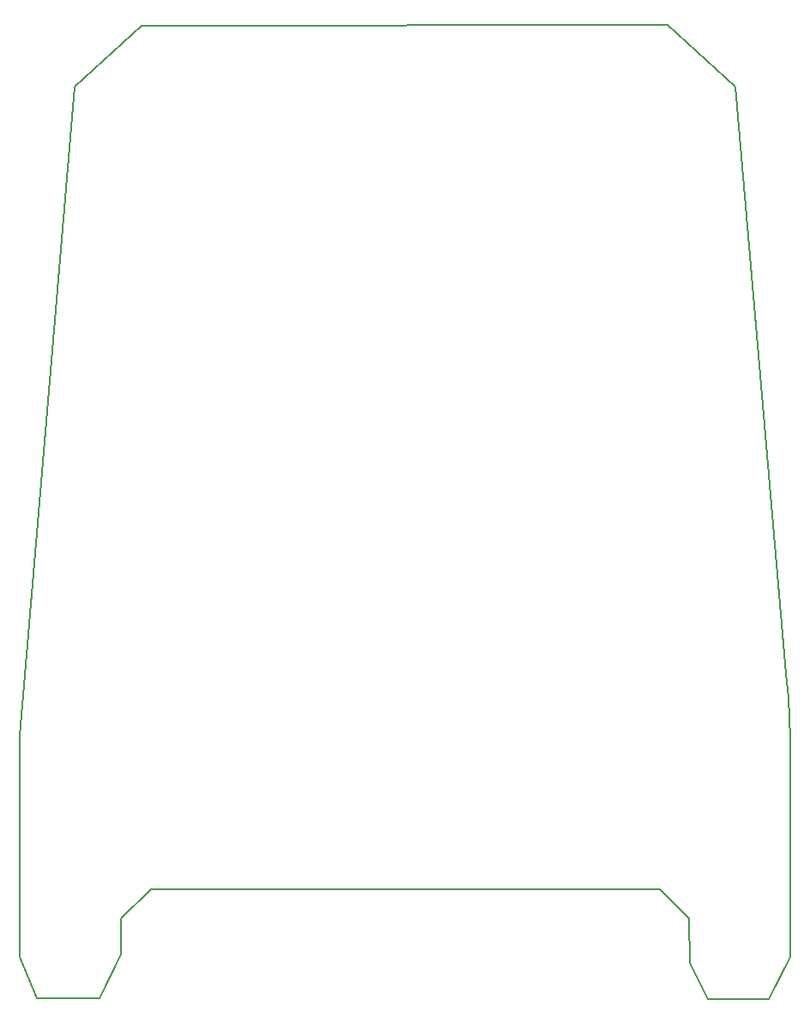
<source format=gm1>
G04 #@! TF.FileFunction,Profile,NP*
%FSLAX46Y46*%
G04 Gerber Fmt 4.6, Leading zero omitted, Abs format (unit mm)*
G04 Created by KiCad (PCBNEW 4.0.7-e2-6376~58~ubuntu14.04.1) date Tue Oct 30 11:41:08 2018*
%MOMM*%
%LPD*%
G01*
G04 APERTURE LIST*
%ADD10C,0.100000*%
%ADD11C,0.150000*%
G04 APERTURE END LIST*
D10*
D11*
X177000000Y-150400000D02*
X179100000Y-146300000D01*
X171000000Y-150400000D02*
X177000000Y-150400000D01*
X169200000Y-146900000D02*
X171000000Y-150400000D01*
X169100000Y-142500000D02*
X169200000Y-146900000D01*
X166200000Y-139600000D02*
X169100000Y-142500000D01*
X116000000Y-139600000D02*
X166200000Y-139600000D01*
X113100000Y-142500000D02*
X116000000Y-139600000D01*
X113100000Y-146000000D02*
X113100000Y-142500000D01*
X110900000Y-150300000D02*
X113100000Y-146000000D01*
X104800000Y-150300000D02*
X110900000Y-150300000D01*
X103100000Y-146300000D02*
X104800000Y-150300000D01*
X179100000Y-124600000D02*
X179100000Y-146300000D01*
X178900000Y-120700000D02*
X179100000Y-124600000D01*
X178700000Y-118300000D02*
X178900000Y-120700000D01*
X173700000Y-60400000D02*
X178700000Y-118300000D01*
X167000000Y-54300000D02*
X173700000Y-60400000D01*
X115100000Y-54400000D02*
X167000000Y-54300000D01*
X108500000Y-60400000D02*
X115100000Y-54400000D01*
X103100000Y-124400000D02*
X108500000Y-60400000D01*
X103100000Y-146300000D02*
X103100000Y-124400000D01*
M02*

</source>
